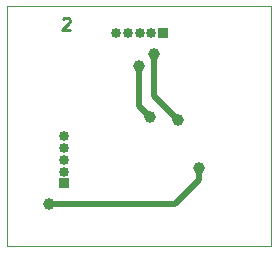
<source format=gbr>
G04 #@! TF.GenerationSoftware,KiCad,Pcbnew,5.0.0-fee4fd1~66~ubuntu16.04.1*
G04 #@! TF.CreationDate,2018-10-28T21:05:27-03:00*
G04 #@! TF.ProjectId,MMA7361,4D4D41373336312E6B696361645F7063,rev?*
G04 #@! TF.SameCoordinates,Original*
G04 #@! TF.FileFunction,Copper,L2,Bot,Signal*
G04 #@! TF.FilePolarity,Positive*
%FSLAX46Y46*%
G04 Gerber Fmt 4.6, Leading zero omitted, Abs format (unit mm)*
G04 Created by KiCad (PCBNEW 5.0.0-fee4fd1~66~ubuntu16.04.1) date Sun Oct 28 21:05:27 2018*
%MOMM*%
%LPD*%
G01*
G04 APERTURE LIST*
G04 #@! TA.AperFunction,NonConductor*
%ADD10C,0.250000*%
G04 #@! TD*
G04 #@! TA.AperFunction,NonConductor*
%ADD11C,0.100000*%
G04 #@! TD*
G04 #@! TA.AperFunction,ComponentPad*
%ADD12O,0.850000X0.850000*%
G04 #@! TD*
G04 #@! TA.AperFunction,ComponentPad*
%ADD13R,0.850000X0.850000*%
G04 #@! TD*
G04 #@! TA.AperFunction,ViaPad*
%ADD14C,1.000000*%
G04 #@! TD*
G04 #@! TA.AperFunction,Conductor*
%ADD15C,0.500000*%
G04 #@! TD*
G04 APERTURE END LIST*
D10*
X147214285Y-79547619D02*
X147261904Y-79500000D01*
X147357142Y-79452380D01*
X147595238Y-79452380D01*
X147690476Y-79500000D01*
X147738095Y-79547619D01*
X147785714Y-79642857D01*
X147785714Y-79738095D01*
X147738095Y-79880952D01*
X147166666Y-80452380D01*
X147785714Y-80452380D01*
D11*
X142494000Y-98806000D02*
X142494000Y-78486000D01*
X164846000Y-98806000D02*
X142494000Y-98806000D01*
X164846000Y-78486000D02*
X164846000Y-98806000D01*
X142494000Y-78486000D02*
X164846000Y-78486000D01*
D12*
G04 #@! TO.P,J2,5*
G04 #@! TO.N,/MMA 7361 Module/Og-Detect*
X151702000Y-80772000D03*
G04 #@! TO.P,J2,4*
G04 #@! TO.N,/MMA 7361 Module/Sleep*
X152702000Y-80772000D03*
G04 #@! TO.P,J2,3*
G04 #@! TO.N,GND*
X153702000Y-80772000D03*
G04 #@! TO.P,J2,2*
X154702000Y-80772000D03*
D13*
G04 #@! TO.P,J2,1*
X155702000Y-80772000D03*
G04 #@! TD*
G04 #@! TO.P,J1,1*
G04 #@! TO.N,Net-(J1-Pad1)*
X147320000Y-93472000D03*
D12*
G04 #@! TO.P,J1,2*
G04 #@! TO.N,VCC*
X147320000Y-92472000D03*
G04 #@! TO.P,J1,3*
G04 #@! TO.N,GND*
X147320000Y-91472000D03*
G04 #@! TO.P,J1,4*
G04 #@! TO.N,/MMA 7361 Module/g-Select*
X147320000Y-90472000D03*
G04 #@! TO.P,J1,5*
G04 #@! TO.N,/MMA 7361 Module/SelfTest*
X147320000Y-89472000D03*
G04 #@! TD*
D14*
G04 #@! TO.N,/MMA 7361 Module/Og-Detect*
X153670000Y-83566000D03*
X154599823Y-87821884D03*
G04 #@! TO.N,/MMA 7361 Module/Sleep*
X154940000Y-82550000D03*
X156972000Y-88138000D03*
G04 #@! TO.N,VCC*
X146050000Y-95250000D03*
X158750000Y-92202000D03*
G04 #@! TD*
D15*
G04 #@! TO.N,/MMA 7361 Module/Og-Detect*
X153670000Y-86892061D02*
X154599823Y-87821884D01*
X153670000Y-83566000D02*
X153670000Y-86892061D01*
G04 #@! TO.N,/MMA 7361 Module/Sleep*
X154940000Y-86106000D02*
X156972000Y-88138000D01*
X154940000Y-82550000D02*
X154940000Y-86106000D01*
G04 #@! TO.N,VCC*
X146050000Y-95250000D02*
X156718000Y-95250000D01*
X158750000Y-93218000D02*
X158750000Y-92202000D01*
X156718000Y-95250000D02*
X158750000Y-93218000D01*
G04 #@! TD*
M02*

</source>
